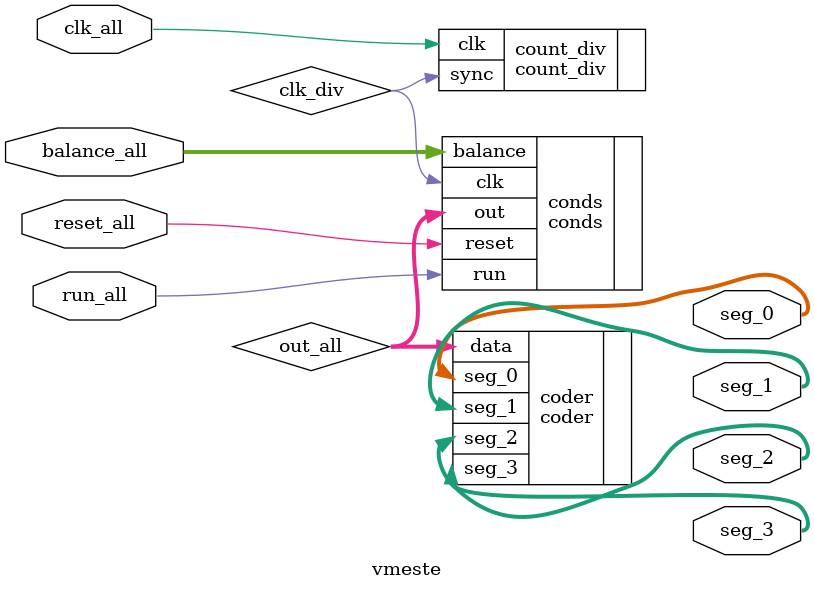
<source format=v>
module vmeste
	(input clk_all, reset_all, run_all,
	 input [3:0] balance_all,
	 output [6:0] seg_0,
	 output [6:0] seg_1,
	 output [6:0] seg_2,
	 output [6:0] seg_3); 

wire clk_div;

wire [5:0] out_all;

count_div count_div (.clk(clk_all),
		     .sync(clk_div));

conds conds (.clk(clk_div),
		     .run(run_all),
		     .reset(reset_all),
		     .balance(balance_all),
		     .out(out_all));

coder coder (.data(out_all), 
		.seg_0(seg_0),
		.seg_1(seg_1),
		.seg_2(seg_2),
		.seg_3(seg_3));

endmodule


</source>
